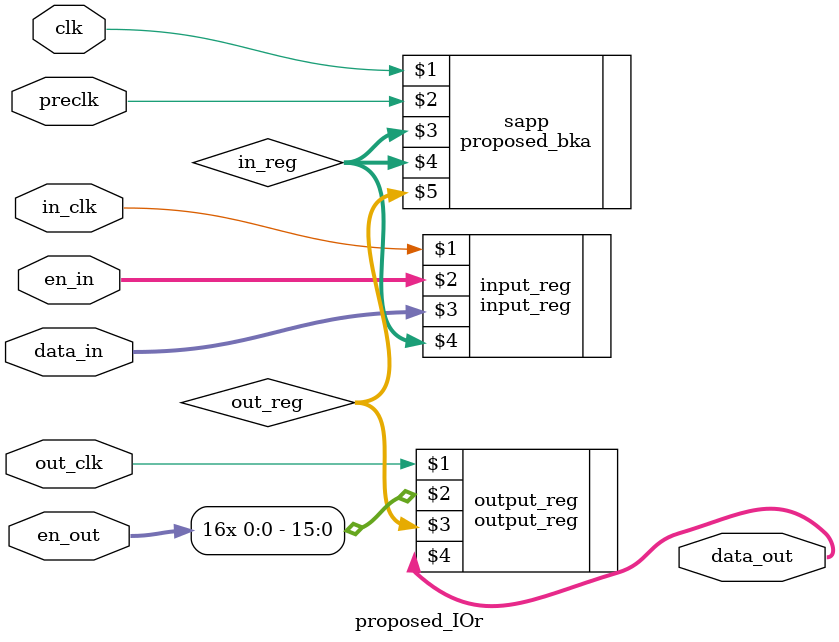
<source format=v>
`timescale 1ns/1ps

module proposed_IOr#(
	parameter integer size=16,
	parameter integer inwidth=16,
	parameter integer outwidth=16)(
	clk,preclk,in_clk,out_clk,
	en_in,en_out,data_in,data_out);
	localparam integer bussize=size+16;
	localparam integer busize=bussize-1;
	input clk, preclk, in_clk, out_clk;
	input [(size*8/inwidth-1):0] en_in;
	input en_out;
	input [(size*8/inwidth-1):0] data_in;
	output wire [(bussize-1):0] data_out;
	wire [(8*size-1):0] in_reg;
	wire [(bussize*size-1):0] out_reg;
	input_reg #(size,inwidth) input_reg(in_clk,en_in,data_in,in_reg);
	proposed_bka #(size) sapp(clk,preclk,in_reg,in_reg,out_reg);
	output_reg #(size,outwidth) output_reg(out_clk,{size{en_out}},out_reg,data_out);
endmodule

</source>
